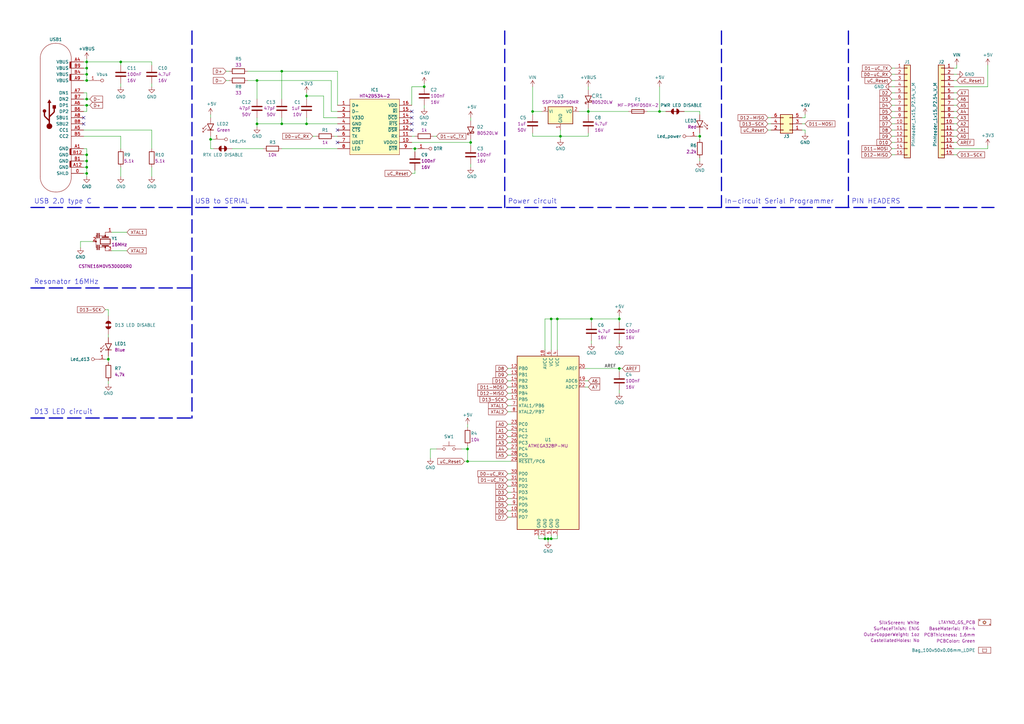
<source format=kicad_sch>
(kicad_sch (version 20230121) (generator eeschema)
  (paper "A3")
  (title_block (title "REV1.0.0 LTAYNO_GS JADE N1") (date "2024-01-05") (rev "1.0.0") (company "GroundStudio.ro") (comment 1 "Schematic: Victor Nicula"))
  (junction (at 173.99 35.56))
  (junction (at 115.57 29.21))
  (junction (at 125.73 50.8))
  (junction (at 35.56 68.58))
  (junction (at 228.6 130.81))
  (junction (at 254 130.81))
  (junction (at 35.56 27.94))
  (junction (at 193.04 58.42))
  (junction (at 35.56 43.18))
  (junction (at 226.06 220.98))
  (junction (at 35.56 25.4))
  (junction (at 105.41 50.8))
  (junction (at 86.36 57.15))
  (junction (at 218.44 45.72))
  (junction (at 270.51 45.72))
  (junction (at 170.18 60.96))
  (junction (at 226.06 130.81))
  (junction (at 105.41 33.02))
  (junction (at 35.56 63.5))
  (junction (at 125.73 39.37))
  (junction (at 191.77 184.15))
  (junction (at 242.57 130.81))
  (junction (at 229.87 55.88))
  (junction (at 35.56 33.02))
  (junction (at 35.56 66.04))
  (junction (at 223.52 220.98))
  (junction (at 35.56 40.64))
  (junction (at 35.56 30.48))
  (junction (at 241.3 45.72))
  (junction (at 49.53 25.4))
  (junction (at 254 151.13))
  (junction (at 287.02 55.88))
  (junction (at 44.45 147.32))
  (junction (at 115.57 50.8))
  (junction (at 224.79 220.98))
  (junction (at 191.77 189.23))
  (junction (at 35.56 71.12))
  (no_connect (at 138.43 53.34))
  (no_connect (at 34.29 48.26))
  (no_connect (at 168.91 45.72))
  (no_connect (at 34.29 50.8))
  (no_connect (at 168.91 50.8))
  (no_connect (at 138.43 58.42))
  (no_connect (at 168.91 48.26))
  (no_connect (at 168.91 53.34))
  (wire (pts (xy 105.41 50.8) (xy 115.57 50.8)))
  (wire (pts (xy 191.77 184.15) (xy 191.77 189.23)))
  (wire (pts (xy 171.45 60.96) (xy 170.18 60.96)))
  (wire (pts (xy 392.43 53.34) (xy 391.16 53.34)))
  (wire (pts (xy 86.36 60.96) (xy 87.63 60.96)))
  (wire (pts (xy 405.13 35.56) (xy 405.13 26.67)))
  (wire (pts (xy 34.29 63.5) (xy 35.56 63.5)))
  (wire (pts (xy 168.91 35.56) (xy 168.91 43.18)))
  (wire (pts (xy 240.03 151.13) (xy 254 151.13)))
  (wire (pts (xy 35.56 68.58) (xy 35.56 71.12)))
  (wire (pts (xy 189.23 184.15) (xy 191.77 184.15)))
  (wire (pts (xy 137.16 55.88) (xy 138.43 55.88)))
  (wire (pts (xy 224.79 220.98) (xy 223.52 220.98)))
  (wire (pts (xy 208.28 204.47) (xy 209.55 204.47)))
  (wire (pts (xy 241.3 158.75) (xy 240.03 158.75)))
  (wire (pts (xy 241.3 55.88) (xy 241.3 54.61)))
  (wire (pts (xy 168.91 35.56) (xy 173.99 35.56)))
  (wire (pts (xy 62.23 26.67) (xy 62.23 25.4)))
  (wire (pts (xy 191.77 189.23) (xy 209.55 189.23)))
  (wire (pts (xy 49.53 26.67) (xy 49.53 25.4)))
  (wire (pts (xy 35.56 60.96) (xy 35.56 63.5)))
  (wire (pts (xy 101.6 33.02) (xy 105.41 33.02)))
  (wire (pts (xy 44.45 148.59) (xy 44.45 147.32)))
  (wire (pts (xy 223.52 130.81) (xy 226.06 130.81)))
  (wire (pts (xy 138.43 29.21) (xy 138.43 43.18)))
  (wire (pts (xy 35.56 71.12) (xy 35.56 72.39)))
  (wire (pts (xy 242.57 132.08) (xy 242.57 130.81)))
  (wire (pts (xy 392.43 58.42) (xy 391.16 58.42)))
  (wire (pts (xy 392.43 33.02) (xy 391.16 33.02)))
  (wire (pts (xy 392.43 43.18) (xy 391.16 43.18)))
  (wire (pts (xy 36.83 33.02) (xy 35.56 33.02)))
  (wire (pts (xy 254 152.4) (xy 254 151.13)))
  (wire (pts (xy 105.41 33.02) (xy 135.89 33.02)))
  (wire (pts (xy 365.76 48.26) (xy 367.03 48.26)))
  (wire (pts (xy 95.25 60.96) (xy 107.95 60.96)))
  (wire (pts (xy 208.28 194.31) (xy 209.55 194.31)))
  (wire (pts (xy 365.76 40.64) (xy 367.03 40.64)))
  (wire (pts (xy 92.71 29.21) (xy 93.98 29.21)))
  (wire (pts (xy 49.53 25.4) (xy 62.23 25.4)))
  (wire (pts (xy 237.49 45.72) (xy 241.3 45.72)))
  (wire (pts (xy 254 161.29) (xy 254 160.02)))
  (wire (pts (xy 125.73 48.26) (xy 125.73 50.8)))
  (wire (pts (xy 86.36 46.99) (xy 86.36 48.26)))
  (wire (pts (xy 125.73 38.1) (xy 125.73 39.37)))
  (wire (pts (xy 330.2 48.26) (xy 328.93 48.26)))
  (wire (pts (xy 191.77 189.23) (xy 190.5 189.23)))
  (wire (pts (xy 223.52 220.98) (xy 220.98 220.98)))
  (wire (pts (xy 242.57 130.81) (xy 254 130.81)))
  (wire (pts (xy 254 151.13) (xy 255.27 151.13)))
  (wire (pts (xy 365.76 38.1) (xy 367.03 38.1)))
  (wire (pts (xy 193.04 59.69) (xy 193.04 58.42)))
  (wire (pts (xy 34.29 43.18) (xy 35.56 43.18)))
  (wire (pts (xy 391.16 35.56) (xy 405.13 35.56)))
  (wire (pts (xy 49.53 68.58) (xy 49.53 72.39)))
  (wire (pts (xy 35.56 43.18) (xy 36.83 43.18)))
  (wire (pts (xy 115.57 48.26) (xy 115.57 50.8)))
  (wire (pts (xy 168.91 71.12) (xy 170.18 71.12)))
  (wire (pts (xy 208.28 207.01) (xy 209.55 207.01)))
  (wire (pts (xy 33.02 101.6) (xy 33.02 99.06)))
  (wire (pts (xy 52.07 102.87) (xy 45.72 102.87)))
  (wire (pts (xy 105.41 48.26) (xy 105.41 50.8)))
  (polyline (pts (xy 78.74 12.7) (xy 78.74 85.09)) (stroke (width 0.5) (type dash)))
  (wire (pts (xy 105.41 33.02) (xy 105.41 40.64)))
  (wire (pts (xy 365.76 53.34) (xy 367.03 53.34)))
  (wire (pts (xy 365.76 60.96) (xy 367.03 60.96)))
  (wire (pts (xy 208.28 166.37) (xy 209.55 166.37)))
  (wire (pts (xy 405.13 60.96) (xy 405.13 59.69)))
  (wire (pts (xy 241.3 45.72) (xy 257.81 45.72)))
  (wire (pts (xy 392.43 55.88) (xy 391.16 55.88)))
  (wire (pts (xy 208.28 181.61) (xy 209.55 181.61)))
  (wire (pts (xy 101.6 29.21) (xy 115.57 29.21)))
  (wire (pts (xy 35.56 25.4) (xy 35.56 27.94)))
  (wire (pts (xy 168.91 58.42) (xy 193.04 58.42)))
  (wire (pts (xy 392.43 63.5) (xy 391.16 63.5)))
  (wire (pts (xy 314.96 53.34) (xy 316.23 53.34)))
  (wire (pts (xy 209.55 196.85) (xy 208.28 196.85)))
  (wire (pts (xy 34.29 27.94) (xy 35.56 27.94)))
  (wire (pts (xy 287.02 57.15) (xy 287.02 55.88)))
  (wire (pts (xy 208.28 176.53) (xy 209.55 176.53)))
  (wire (pts (xy 270.51 45.72) (xy 273.05 45.72)))
  (polyline (pts (xy 78.74 118.11) (xy 78.74 171.45)) (stroke (width 0.5) (type dash)))
  (wire (pts (xy 224.79 222.25) (xy 224.79 220.98)))
  (wire (pts (xy 125.73 39.37) (xy 125.73 40.64)))
  (wire (pts (xy 92.71 33.02) (xy 93.98 33.02)))
  (wire (pts (xy 44.45 147.32) (xy 44.45 146.05)))
  (wire (pts (xy 285.75 55.88) (xy 287.02 55.88)))
  (polyline (pts (xy 78.74 118.11) (xy 78.74 85.09)) (stroke (width 0.5) (type dash)))
  (wire (pts (xy 229.87 53.34) (xy 229.87 55.88)))
  (wire (pts (xy 44.45 127) (xy 44.45 129.54)))
  (wire (pts (xy 35.56 40.64) (xy 36.83 40.64)))
  (wire (pts (xy 115.57 50.8) (xy 125.73 50.8)))
  (wire (pts (xy 208.28 212.09) (xy 209.55 212.09)))
  (wire (pts (xy 44.45 137.16) (xy 44.45 138.43)))
  (wire (pts (xy 35.56 33.02) (xy 34.29 33.02)))
  (polyline (pts (xy 207.01 12.7) (xy 207.01 85.09)) (stroke (width 0.5) (type dash)))
  (wire (pts (xy 365.76 30.48) (xy 367.03 30.48)))
  (polyline (pts (xy 12.7 171.45) (xy 78.74 171.45)) (stroke (width 0.5) (type dash)))
  (wire (pts (xy 392.43 26.67) (xy 392.43 27.94)))
  (wire (pts (xy 218.44 35.56) (xy 218.44 45.72)))
  (wire (pts (xy 208.28 158.75) (xy 209.55 158.75)))
  (wire (pts (xy 34.29 38.1) (xy 35.56 38.1)))
  (wire (pts (xy 115.57 29.21) (xy 138.43 29.21)))
  (wire (pts (xy 34.29 53.34) (xy 62.23 53.34)))
  (wire (pts (xy 62.23 53.34) (xy 62.23 60.96)))
  (wire (pts (xy 115.57 29.21) (xy 115.57 40.64)))
  (wire (pts (xy 208.28 186.69) (xy 209.55 186.69)))
  (wire (pts (xy 392.43 48.26) (xy 391.16 48.26)))
  (wire (pts (xy 173.99 44.45) (xy 173.99 43.18)))
  (wire (pts (xy 223.52 143.51) (xy 223.52 130.81)))
  (wire (pts (xy 287.02 66.04) (xy 287.02 64.77)))
  (wire (pts (xy 176.53 187.96) (xy 176.53 184.15)))
  (wire (pts (xy 35.56 45.72) (xy 35.56 43.18)))
  (wire (pts (xy 229.87 55.88) (xy 229.87 57.15)))
  (wire (pts (xy 34.29 71.12) (xy 35.56 71.12)))
  (wire (pts (xy 34.29 45.72) (xy 35.56 45.72)))
  (wire (pts (xy 392.43 30.48) (xy 391.16 30.48)))
  (wire (pts (xy 254 130.81) (xy 254 132.08)))
  (wire (pts (xy 191.77 182.88) (xy 191.77 184.15)))
  (wire (pts (xy 228.6 130.81) (xy 242.57 130.81)))
  (wire (pts (xy 34.29 25.4) (xy 35.56 25.4)))
  (polyline (pts (xy 12.7 85.09) (xy 407.67 85.09)) (stroke (width 0.5) (type dash)))
  (wire (pts (xy 392.43 50.8) (xy 391.16 50.8)))
  (wire (pts (xy 330.2 53.34) (xy 328.93 53.34)))
  (wire (pts (xy 62.23 68.58) (xy 62.23 72.39)))
  (wire (pts (xy 330.2 48.26) (xy 330.2 46.99)))
  (wire (pts (xy 218.44 54.61) (xy 218.44 55.88)))
  (wire (pts (xy 193.04 68.58) (xy 193.04 67.31)))
  (wire (pts (xy 191.77 173.99) (xy 191.77 175.26)))
  (wire (pts (xy 34.29 40.64) (xy 35.56 40.64)))
  (wire (pts (xy 62.23 34.29) (xy 62.23 35.56)))
  (wire (pts (xy 287.02 55.88) (xy 287.02 54.61)))
  (wire (pts (xy 35.56 38.1) (xy 35.56 40.64)))
  (wire (pts (xy 208.28 153.67) (xy 209.55 153.67)))
  (wire (pts (xy 365.76 55.88) (xy 367.03 55.88)))
  (wire (pts (xy 135.89 33.02) (xy 135.89 45.72)))
  (wire (pts (xy 105.41 52.07) (xy 105.41 50.8)))
  (wire (pts (xy 242.57 139.7) (xy 242.57 140.97)))
  (wire (pts (xy 43.18 127) (xy 44.45 127)))
  (wire (pts (xy 170.18 55.88) (xy 168.91 55.88)))
  (wire (pts (xy 35.56 63.5) (xy 35.56 66.04)))
  (wire (pts (xy 365.76 50.8) (xy 367.03 50.8)))
  (wire (pts (xy 228.6 130.81) (xy 228.6 143.51)))
  (wire (pts (xy 33.02 99.06) (xy 38.1 99.06)))
  (wire (pts (xy 226.06 130.81) (xy 228.6 130.81)))
  (wire (pts (xy 226.06 220.98) (xy 224.79 220.98)))
  (wire (pts (xy 241.3 46.99) (xy 241.3 45.72)))
  (wire (pts (xy 314.96 50.8) (xy 316.23 50.8)))
  (wire (pts (xy 170.18 71.12) (xy 170.18 69.85)))
  (wire (pts (xy 254 129.54) (xy 254 130.81)))
  (wire (pts (xy 35.56 30.48) (xy 35.56 33.02)))
  (wire (pts (xy 330.2 50.8) (xy 328.93 50.8)))
  (wire (pts (xy 86.36 57.15) (xy 86.36 60.96)))
  (wire (pts (xy 34.29 30.48) (xy 35.56 30.48)))
  (wire (pts (xy 208.28 163.83) (xy 209.55 163.83)))
  (wire (pts (xy 35.56 27.94) (xy 35.56 30.48)))
  (wire (pts (xy 265.43 45.72) (xy 270.51 45.72)))
  (wire (pts (xy 45.72 95.25) (xy 52.07 95.25)))
  (wire (pts (xy 176.53 184.15) (xy 179.07 184.15)))
  (wire (pts (xy 115.57 60.96) (xy 138.43 60.96)))
  (wire (pts (xy 170.18 60.96) (xy 170.18 62.23)))
  (wire (pts (xy 44.45 157.48) (xy 44.45 156.21)))
  (wire (pts (xy 86.36 57.15) (xy 87.63 57.15)))
  (wire (pts (xy 226.06 219.71) (xy 226.06 220.98)))
  (wire (pts (xy 35.56 66.04) (xy 35.56 68.58)))
  (polyline (pts (xy 295.91 12.7) (xy 295.91 85.09)) (stroke (width 0.5) (type dash)))
  (wire (pts (xy 228.6 220.98) (xy 226.06 220.98)))
  (polyline (pts (xy 12.7 118.11) (xy 78.74 118.11)) (stroke (width 0.5) (type dash)))
  (wire (pts (xy 228.6 219.71) (xy 228.6 220.98)))
  (polyline (pts (xy 347.98 12.7) (xy 347.98 85.09)) (stroke (width 0.5) (type dash)))
  (wire (pts (xy 208.28 173.99) (xy 209.55 173.99)))
  (wire (pts (xy 49.53 55.88) (xy 49.53 60.96)))
  (wire (pts (xy 34.29 66.04) (xy 35.56 66.04)))
  (wire (pts (xy 125.73 39.37) (xy 132.715 39.37)))
  (wire (pts (xy 208.28 168.91) (xy 209.55 168.91)))
  (wire (pts (xy 208.28 179.07) (xy 209.55 179.07)))
  (wire (pts (xy 208.28 156.21) (xy 209.55 156.21)))
  (wire (pts (xy 241.3 35.56) (xy 241.3 36.83)))
  (wire (pts (xy 330.2 53.34) (xy 330.2 54.61)))
  (wire (pts (xy 208.28 151.13) (xy 209.55 151.13)))
  (wire (pts (xy 254 139.7) (xy 254 140.97)))
  (wire (pts (xy 365.76 58.42) (xy 367.03 58.42)))
  (wire (pts (xy 34.29 60.96) (xy 35.56 60.96)))
  (wire (pts (xy 34.29 68.58) (xy 35.56 68.58)))
  (wire (pts (xy 208.28 184.15) (xy 209.55 184.15)))
  (wire (pts (xy 135.89 45.72) (xy 138.43 45.72)))
  (wire (pts (xy 208.28 161.29) (xy 209.55 161.29)))
  (wire (pts (xy 365.76 63.5) (xy 367.03 63.5)))
  (wire (pts (xy 392.43 38.1) (xy 391.16 38.1)))
  (wire (pts (xy 220.98 220.98) (xy 220.98 219.71)))
  (wire (pts (xy 365.76 33.02) (xy 367.03 33.02)))
  (wire (pts (xy 218.44 46.99) (xy 218.44 45.72)))
  (wire (pts (xy 49.53 34.29) (xy 49.53 35.56)))
  (wire (pts (xy 287.02 45.72) (xy 287.02 46.99)))
  (wire (pts (xy 173.99 34.29) (xy 173.99 35.56)))
  (wire (pts (xy 314.96 48.26) (xy 316.23 48.26)))
  (wire (pts (xy 208.28 199.39) (xy 209.55 199.39)))
  (wire (pts (xy 241.3 44.45) (xy 241.3 45.72)))
  (wire (pts (xy 392.43 27.94) (xy 391.16 27.94)))
  (wire (pts (xy 392.43 45.72) (xy 391.16 45.72)))
  (wire (pts (xy 392.43 40.64) (xy 391.16 40.64)))
  (wire (pts (xy 35.56 24.13) (xy 35.56 25.4)))
  (wire (pts (xy 226.06 130.81) (xy 226.06 143.51)))
  (wire (pts (xy 280.67 45.72) (xy 287.02 45.72)))
  (wire (pts (xy 43.18 147.32) (xy 44.45 147.32)))
  (wire (pts (xy 223.52 219.71) (xy 223.52 220.98)))
  (wire (pts (xy 179.07 55.88) (xy 177.8 55.88)))
  (wire (pts (xy 365.76 27.94) (xy 367.03 27.94)))
  (wire (pts (xy 365.76 45.72) (xy 367.03 45.72)))
  (wire (pts (xy 208.28 201.93) (xy 209.55 201.93)))
  (wire (pts (xy 391.16 60.96) (xy 405.13 60.96)))
  (wire (pts (xy 218.44 55.88) (xy 229.87 55.88)))
  (wire (pts (xy 129.54 55.88) (xy 128.27 55.88)))
  (wire (pts (xy 86.36 55.88) (xy 86.36 57.15)))
  (wire (pts (xy 125.73 50.8) (xy 138.43 50.8)))
  (wire (pts (xy 241.3 156.21) (xy 240.03 156.21)))
  (wire (pts (xy 193.04 57.15) (xy 193.04 58.42)))
  (wire (pts (xy 132.715 48.26) (xy 138.43 48.26)))
  (wire (pts (xy 229.87 55.88) (xy 241.3 55.88)))
  (wire (pts (xy 208.28 209.55) (xy 209.55 209.55)))
  (wire (pts (xy 365.76 35.56) (xy 367.03 35.56)))
  (wire (pts (xy 193.04 48.26) (xy 193.04 49.53)))
  (wire (pts (xy 170.18 60.96) (xy 168.91 60.96)))
  (wire (pts (xy 365.76 43.18) (xy 367.03 43.18)))
  (wire (pts (xy 49.53 25.4) (xy 35.56 25.4)))
  (wire (pts (xy 132.715 39.37) (xy 132.715 48.26)))
  (wire (pts (xy 218.44 45.72) (xy 222.25 45.72)))
  (wire (pts (xy 270.51 45.72) (xy 270.51 35.56)))
  (wire (pts (xy 34.29 55.88) (xy 49.53 55.88)))
  (text "Resonator 16MHz" (at 13.97 116.84 0) (effects (font (size 2 2)) (justify left bottom)))
  (text "PIN HEADERS\n" (at 349.25 83.82 0) (effects (font (size 2 2)) (justify left bottom)))
  (text "USB 2.0 type C" (at 13.97 83.82 0) (effects (font (size 2 2)) (justify left bottom)))
  (text "Power circuit" (at 208.28 83.82 0) (effects (font (size 2 2)) (justify left bottom)))
  (text "D13 LED circuit" (at 13.97 170.18 0) (effects (font (size 2 2)) (justify left bottom)))
  (text "In-circuit Serial Programmer" (at 297.18 83.82 0) (effects (font (size 2 2)) (justify left bottom)))
  (text "USB to SERIAL" (at 80.01 83.82 0) (effects (font (size 2 2)) (justify left bottom)))
  (label "AREF" (at 252.73 151.13 180))
  (global_label "A5" (shape input) (at 392.43 43.18 0) (property "Intersheetrefs" "${INTERSHEET_REFS}" (effects hide)))
  (global_label "A6" (shape input) (at 392.43 40.64 0) (property "Intersheetrefs" "${INTERSHEET_REFS}" (effects hide)))
  (global_label "D8" (shape input) (at 208.28 151.13 180) (property "Intersheetrefs" "${INTERSHEET_REFS}" (effects hide)))
  (global_label "D-" (shape input) (at 92.71 33.02 180) (property "Intersheetrefs" "${INTERSHEET_REFS}" (effects hide)))
  (global_label "D11-MOSI" (shape input) (at 208.28 158.75 180) (property "Intersheetrefs" "${INTERSHEET_REFS}" (effects hide)))
  (global_label "D11-MOSI" (shape input) (at 330.2 50.8 0) (property "Intersheetrefs" "${INTERSHEET_REFS}" (effects hide)))
  (global_label "D9" (shape input) (at 208.28 153.67 180) (property "Intersheetrefs" "${INTERSHEET_REFS}" (effects hide)))
  (global_label "A3" (shape input) (at 208.28 181.61 180) (property "Intersheetrefs" "${INTERSHEET_REFS}" (effects hide)))
  (global_label "D-" (shape input) (at 36.83 40.64 0) (property "Intersheetrefs" "${INTERSHEET_REFS}" (effects hide)))
  (global_label "D4" (shape input) (at 208.28 204.47 180) (property "Intersheetrefs" "${INTERSHEET_REFS}" (effects hide)))
  (global_label "A0" (shape input) (at 208.28 173.99 180) (property "Intersheetrefs" "${INTERSHEET_REFS}" (effects hide)))
  (global_label "AREF" (shape input) (at 392.43 58.42 0) (property "Intersheetrefs" "${INTERSHEET_REFS}" (effects hide)))
  (global_label "D7" (shape input) (at 365.76 50.8 180) (property "Intersheetrefs" "${INTERSHEET_REFS}" (effects hide)))
  (global_label "D13-SCK" (shape input) (at 43.18 127 180) (property "Intersheetrefs" "${INTERSHEET_REFS}" (effects hide)))
  (global_label "D12-MISO" (shape input) (at 314.96 48.26 180) (property "Intersheetrefs" "${INTERSHEET_REFS}" (effects hide)))
  (global_label "D12-MISO" (shape input) (at 365.76 63.5 180) (property "Intersheetrefs" "${INTERSHEET_REFS}" (effects hide)))
  (global_label "XTAL2" (shape input) (at 52.07 102.87 0) (property "Intersheetrefs" "${INTERSHEET_REFS}" (effects hide)))
  (global_label "D13-SCK" (shape input) (at 208.28 163.83 180) (property "Intersheetrefs" "${INTERSHEET_REFS}" (effects hide)))
  (global_label "D10" (shape input) (at 208.28 156.21 180) (property "Intersheetrefs" "${INTERSHEET_REFS}" (effects hide)))
  (global_label "A7" (shape input) (at 392.43 38.1 0) (property "Intersheetrefs" "${INTERSHEET_REFS}" (effects hide)))
  (global_label "AREF" (shape input) (at 255.27 151.13 0) (property "Intersheetrefs" "${INTERSHEET_REFS}" (effects hide)))
  (global_label "D6" (shape input) (at 365.76 48.26 180) (property "Intersheetrefs" "${INTERSHEET_REFS}" (effects hide)))
  (global_label "D2" (shape input) (at 365.76 38.1 180) (property "Intersheetrefs" "${INTERSHEET_REFS}" (effects hide)))
  (global_label "A4" (shape input) (at 392.43 45.72 0) (property "Intersheetrefs" "${INTERSHEET_REFS}" (effects hide)))
  (global_label "A1" (shape input) (at 392.43 53.34 0) (property "Intersheetrefs" "${INTERSHEET_REFS}" (effects hide)))
  (global_label "D13-SCK" (shape input) (at 392.43 63.5 0) (property "Intersheetrefs" "${INTERSHEET_REFS}" (effects hide)))
  (global_label "uC_Reset" (shape input) (at 190.5 189.23 180) (property "Intersheetrefs" "${INTERSHEET_REFS}" (effects hide)))
  (global_label "uC_Reset" (shape input) (at 365.76 33.02 180) (property "Intersheetrefs" "${INTERSHEET_REFS}" (effects hide)))
  (global_label "A1" (shape input) (at 208.28 176.53 180) (property "Intersheetrefs" "${INTERSHEET_REFS}" (effects hide)))
  (global_label "D5" (shape input) (at 208.28 207.01 180) (property "Intersheetrefs" "${INTERSHEET_REFS}" (effects hide)))
  (global_label "D+" (shape input) (at 36.83 43.18 0) (property "Intersheetrefs" "${INTERSHEET_REFS}" (effects hide)))
  (global_label "A5" (shape input) (at 208.28 186.69 180) (property "Intersheetrefs" "${INTERSHEET_REFS}" (effects hide)))
  (global_label "A0" (shape input) (at 392.43 55.88 0) (property "Intersheetrefs" "${INTERSHEET_REFS}" (effects hide)))
  (global_label "D1-uC_TX" (shape input) (at 179.07 55.88 0) (property "Intersheetrefs" "${INTERSHEET_REFS}" (effects hide)))
  (global_label "XTAL1" (shape input) (at 52.07 95.25 0) (property "Intersheetrefs" "${INTERSHEET_REFS}" (effects hide)))
  (global_label "D1-uC_TX" (shape input) (at 365.76 27.94 180) (property "Intersheetrefs" "${INTERSHEET_REFS}" (effects hide)))
  (global_label "uC_Reset" (shape input) (at 392.43 33.02 0) (property "Intersheetrefs" "${INTERSHEET_REFS}" (effects hide)))
  (global_label "D4" (shape input) (at 365.76 43.18 180) (property "Intersheetrefs" "${INTERSHEET_REFS}" (effects hide)))
  (global_label "D3" (shape input) (at 208.28 201.93 180) (property "Intersheetrefs" "${INTERSHEET_REFS}" (effects hide)))
  (global_label "D8" (shape input) (at 365.76 53.34 180) (property "Intersheetrefs" "${INTERSHEET_REFS}" (effects hide)))
  (global_label "uC_Reset" (shape input) (at 168.91 71.12 180) (property "Intersheetrefs" "${INTERSHEET_REFS}" (effects hide)))
  (global_label "A3" (shape input) (at 392.43 48.26 0) (property "Intersheetrefs" "${INTERSHEET_REFS}" (effects hide)))
  (global_label "A7" (shape input) (at 241.3 158.75 0) (property "Intersheetrefs" "${INTERSHEET_REFS}" (effects hide)))
  (global_label "D0-uC_RX" (shape input) (at 208.28 194.31 180) (property "Intersheetrefs" "${INTERSHEET_REFS}" (effects hide)))
  (global_label "D9" (shape input) (at 365.76 55.88 180) (property "Intersheetrefs" "${INTERSHEET_REFS}" (effects hide)))
  (global_label "A2" (shape input) (at 208.28 179.07 180) (property "Intersheetrefs" "${INTERSHEET_REFS}" (effects hide)))
  (global_label "D12-MISO" (shape input) (at 208.28 161.29 180) (property "Intersheetrefs" "${INTERSHEET_REFS}" (effects hide)))
  (global_label "D0-uC_RX" (shape input) (at 365.76 30.48 180) (property "Intersheetrefs" "${INTERSHEET_REFS}" (effects hide)))
  (global_label "A2" (shape input) (at 392.43 50.8 0) (property "Intersheetrefs" "${INTERSHEET_REFS}" (effects hide)))
  (global_label "D11-MOSI" (shape input) (at 365.76 60.96 180) (property "Intersheetrefs" "${INTERSHEET_REFS}" (effects hide)))
  (global_label "XTAL2" (shape input) (at 208.28 168.91 180) (property "Intersheetrefs" "${INTERSHEET_REFS}" (effects hide)))
  (global_label "uC_Reset" (shape input) (at 314.96 53.34 180) (property "Intersheetrefs" "${INTERSHEET_REFS}" (effects hide)))
  (global_label "D2" (shape input) (at 208.28 199.39 180) (property "Intersheetrefs" "${INTERSHEET_REFS}" (effects hide)))
  (global_label "A4" (shape input) (at 208.28 184.15 180) (property "Intersheetrefs" "${INTERSHEET_REFS}" (effects hide)))
  (global_label "D5" (shape input) (at 365.76 45.72 180) (property "Intersheetrefs" "${INTERSHEET_REFS}" (effects hide)))
  (global_label "D7" (shape input) (at 208.28 212.09 180) (property "Intersheetrefs" "${INTERSHEET_REFS}" (effects hide)))
  (global_label "D+" (shape input) (at 92.71 29.21 180) (property "Intersheetrefs" "${INTERSHEET_REFS}" (effects hide)))
  (global_label "D1-uC_TX" (shape input) (at 208.28 196.85 180) (property "Intersheetrefs" "${INTERSHEET_REFS}" (effects hide)))
  (global_label "XTAL1" (shape input) (at 208.28 166.37 180) (property "Intersheetrefs" "${INTERSHEET_REFS}" (effects hide)))
  (global_label "D0-uC_RX" (shape input) (at 128.27 55.88 180) (property "Intersheetrefs" "${INTERSHEET_REFS}" (effects hide)))
  (global_label "D6" (shape input) (at 208.28 209.55 180) (property "Intersheetrefs" "${INTERSHEET_REFS}" (effects hide)))
  (global_label "A6" (shape input) (at 241.3 156.21 0) (property "Intersheetrefs" "${INTERSHEET_REFS}" (effects hide)))
  (global_label "D3" (shape input) (at 365.76 40.64 180) (property "Intersheetrefs" "${INTERSHEET_REFS}" (effects hide)))
  (global_label "D13-SCK" (shape input) (at 314.96 50.8 180) (property "Intersheetrefs" "${INTERSHEET_REFS}" (effects hide)))
  (global_label "D10" (shape input) (at 365.76 58.42 180) (property "Intersheetrefs" "${INTERSHEET_REFS}" (effects hide)))
  (symbol (lib_id "GS_Global6:C_0402_100nF_16V") (at 49.53 30.48 0) (unit 1)
    (property "Reference" "C11" (at 52.07 27.94 0) (effects (justify left)))
    (property "Value" "C_0402_100nF_16V" (effects hide))
    (property "Footprint" "GS_Global6:C_0402_alt" (effects hide))
    (property "Datasheet" "https://datasheet.lcsc.com/lcsc/1811011928_Walsin-Tech-Corp-0402B104K160CT_C83056.pdf" (effects hide))
    (property "MPN" "0402B104K160CT" (effects hide))
    (property "LCSC" "C83056" (effects hide))
    (property "Rated voltage" "16V" (effects hide))
    (property "Capacitance" "100nF" (at 52.07 30.48 0) (effects (justify left)))
    (property "RatedVoltage" "16V" (at 52.07 33.02 0) (effects (justify left)))
  )
  (symbol (lib_id "GS_Global6:PinHeader_1x15_P2.54_V_M") (at 372.11 45.72 0) (unit 1)
    (property "Reference" "J1" (at 372.11 25.4 0))
    (property "Value" "PinHeader_1x15_P2.54_V_M" (at 374.65 46.99 90))
    (property "Footprint" "GS_Global6:PinHeader_1x15_P2.54mm_Vertical_Male" (effects hide))
    (property "Datasheet" "https://datasheet.lcsc.com/lcsc/1811151421_Ckmtw-Shenzhen-Cankemeng-B-2100S15P-A110_C124373.pdf" (effects hide))
    (property "MPN" "B-2100S15P-A110" (effects hide))
    (property "LCSC" "C124373" (effects hide))
  )
  (symbol (lib_id "GS_Global6:PinHeader_1x15_P2.54_V_M") (at 386.08 45.72 0) (mirror y) (unit 1)
    (property "Reference" "J2" (at 386.08 25.4 0))
    (property "Value" "PinHeader_1x15_P2.54_V_M" (at 383.54 46.99 90))
    (property "Footprint" "GS_Global6:PinHeader_1x15_P2.54mm_Vertical_Male" (effects hide))
    (property "Datasheet" "https://datasheet.lcsc.com/lcsc/1811151421_Ckmtw-Shenzhen-Cankemeng-B-2100S15P-A110_C124373.pdf" (effects hide))
    (property "MPN" "B-2100S15P-A110" (effects hide))
    (property "LCSC" "C124373" (effects hide))
  )
  (symbol (lib_id "GS_Global6:C_0402_4.7uF_16V") (at 62.23 30.48 0) (unit 1)
    (property "Reference" "C10" (at 64.77 27.94 0) (effects (justify left)))
    (property "Value" "C_0402_4.7uF_16V" (effects hide))
    (property "Footprint" "GS_Global6:C_0402_alt" (effects hide))
    (property "Datasheet" "https://datasheet.lcsc.com/lcsc/2008271938_SANYEAR-C0402X5R475M160NT_C729453.pdf" (effects hide))
    (property "MPN" "C0402X5R475M160NT" (effects hide))
    (property "LCSC" "C729453" (effects hide))
    (property "Rated voltage" "16V" (effects hide))
    (property "Capacitance" "4.7uF" (at 64.77 30.48 0) (effects (justify left)))
    (property "RatedVoltage" "16V" (at 64.77 33.02 0) (effects (justify left)))
  )
  (symbol (lib_id "GS_Global6:GND") (at 330.2 54.61 0) (unit 1)
    (property "Reference" "#PWR0113" (effects hide))
    (property "Value" "GND" (at 330.2 58.42 0))
  )
  (symbol (lib_id "GS_Global6:+5V") (at 330.2 46.99 0) (unit 1)
    (property "Reference" "#PWR0114" (effects hide))
    (property "Value" "+5V" (at 330.2 43.18 0))
  )
  (symbol (lib_id "GS_Global6:GND") (at 224.79 222.25 0) (unit 1)
    (property "Reference" "#PWR0115" (effects hide))
    (property "Value" "GND" (at 224.79 226.06 0))
  )
  (symbol (lib_id "GS_Global6:C_0402_4.7uF_16V") (at 242.57 135.89 0) (unit 1)
    (property "Reference" "C6" (at 245.11 133.35 0) (effects (justify left)))
    (property "Value" "C_0402_4.7uF_16V" (effects hide))
    (property "Footprint" "GS_Global6:C_0402_alt" (effects hide))
    (property "Datasheet" "https://datasheet.lcsc.com/lcsc/2008271938_SANYEAR-C0402X5R475M160NT_C729453.pdf" (effects hide))
    (property "MPN" "C0402X5R475M160NT" (effects hide))
    (property "LCSC" "C729453" (effects hide))
    (property "Rated voltage" "16V" (effects hide))
    (property "Capacitance" "4.7uF" (at 245.11 135.89 0) (effects (justify left)))
    (property "RatedVoltage" "16V" (at 245.11 138.43 0) (effects (justify left)))
  )
  (symbol (lib_id "GS_Global6:C_0402_100nF_16V") (at 254 135.89 0) (unit 1)
    (property "Reference" "C7" (at 256.54 133.35 0) (effects (justify left)))
    (property "Value" "C_0402_100nF_16V" (effects hide))
    (property "Footprint" "GS_Global6:C_0402_alt" (effects hide))
    (property "Datasheet" "https://datasheet.lcsc.com/lcsc/1811011928_Walsin-Tech-Corp-0402B104K160CT_C83056.pdf" (effects hide))
    (property "MPN" "0402B104K160CT" (effects hide))
    (property "LCSC" "C83056" (effects hide))
    (property "Rated voltage" "16V" (effects hide))
    (property "Capacitance" "100nF" (at 256.54 135.89 0) (effects (justify left)))
    (property "RatedVoltage" "16V" (at 256.54 138.43 0) (effects (justify left)))
  )
  (symbol (lib_id "GS_Global6:R_0402_10k") (at 191.77 179.07 180) (unit 1)
    (property "Reference" "R4" (at 193.04 177.8 0) (effects (justify right)))
    (property "Value" "R_0402_10k" (effects hide))
    (property "Footprint" "GS_Global6:R_0402_alt" (effects hide))
    (property "Datasheet" "https://datasheet.lcsc.com/lcsc/2110252330_UNI-ROYAL-Uniroyal-Elec-0402WGJ0103TCE_C25531.pdf" (effects hide))
    (property "MPN" "0402WGJ0103TCE" (effects hide))
    (property "LCSC" "C25531" (effects hide))
    (property "Resistance" "10k" (at 193.04 180.34 0) (effects (justify right)))
    (property "RatedPower" "1/16W" (effects hide))
  )
  (symbol (lib_id "GS_Global6:+5V") (at 191.77 173.99 0) (unit 1)
    (property "Reference" "#PWR0118" (effects hide))
    (property "Value" "+5V" (at 191.77 170.18 0))
  )
  (symbol (lib_id "GS_Global6:GND") (at 229.87 57.15 0) (mirror y) (unit 1)
    (property "Reference" "#PWR0103" (effects hide))
    (property "Value" "GND" (at 229.87 60.96 0))
  )
  (symbol (lib_id "GS_Global6:TS342A2P-WZ") (at 184.15 184.15 0) (unit 1)
    (property "Reference" "SW1" (at 184.15 179.07 0))
    (property "Value" "TS342A2P-WZ" (effects hide))
    (property "Footprint" "GS_Global6:TS342A2P-WZ" (effects hide))
    (property "Datasheet" "https://datasheet.lcsc.com/szlcsc/2005221232_SHOU-HAN-TS342A2P-WZ_C557591.pdf" (effects hide))
    (property "MPN" "TS342A2P-WZ" (effects hide))
    (property "LCSC" "C557591" (effects hide))
  )
  (symbol (lib_id "GS_Global6:GND") (at 176.53 187.96 0) (unit 1)
    (property "Reference" "#PWR0119" (effects hide))
    (property "Value" "GND" (at 176.53 191.77 0))
  )
  (symbol (lib_id "GS_Global6:R_0402_2.2k") (at 287.02 60.96 0) (mirror x) (unit 1)
    (property "Reference" "R6" (at 285.75 59.69 0) (effects (justify right)))
    (property "Value" "R_0402_2.2k" (effects hide))
    (property "Footprint" "GS_Global6:R_0402_alt" (effects hide))
    (property "Datasheet" "https://datasheet.lcsc.com/lcsc/1811141743_FH-Guangdong-Fenghua-Advanced-Tech-RC-02W2201FT_C258093.pdf" (effects hide))
    (property "MPN" "RC-02W2201FT" (effects hide))
    (property "LCSC" "C258093" (effects hide))
    (property "Resistance" "2.2k" (at 285.75 62.23 0) (effects (justify right)))
    (property "RatedPower" "1/16W" (effects hide))
  )
  (symbol (lib_id "GS_Global6:LED_0402_RED") (at 287.02 49.53 270) (mirror x) (unit 1)
    (property "Reference" "LED3" (at 285.75 49.53 90) (effects (justify right)))
    (property "Value" "LED_0402_RED" (effects hide))
    (property "Footprint" "GS_Global6:LED_0402_alt" (effects hide))
    (property "Datasheet" "https://datasheet.lcsc.com/lcsc/2009251739_TUOZHAN-TZ-P2-0402RTIA1-0-45T_C779449.pdf" (effects hide))
    (property "MPN" "TZ-P2-0402RTIA1-0.45T" (effects hide))
    (property "LCSC" "C779449" (effects hide))
    (property "Color" "Red" (at 285.75 52.07 90) (effects (justify right)))
    (property "Comment" "5V: 2.2k || 3.3V: 1.5k || Fv: 1.85V" (effects hide))
  )
  (symbol (lib_id "GS_Global6:GND") (at 287.02 66.04 0) (mirror y) (unit 1)
    (property "Reference" "#PWR0102" (effects hide))
    (property "Value" "GND" (at 287.02 69.85 0))
  )
  (symbol (lib_id "GS_Global6:+5V") (at 270.51 35.56 0) (mirror y) (unit 1)
    (property "Reference" "#PWR0101" (effects hide))
    (property "Value" "+5V" (at 270.51 31.75 0))
  )
  (symbol (lib_id "GS_Global6:SOD-123_B0520LW") (at 241.3 40.64 90) (unit 1)
    (property "Reference" "CR1" (at 242.57 39.37 90) (effects (font (size 1.524 1.524)) (justify right)))
    (property "Value" "SOD-123 B0520LW" (effects hide))
    (property "Footprint" "GS_Global6:SOD-123" (effects hide))
    (property "Datasheet" "https://datasheet.lcsc.com/lcsc/1811021622_Changzhou-Starsea-Elec-B0520LW_C89640.pdf" (effects hide))
    (property "MPN" "B0520LW" (at 242.57 41.91 90) (effects (justify right)))
    (property "LCSC" "C89640" (effects hide))
    (property "Description" "20V 430mV@500mA 500mA SOD-123 Schottky Barrier Diodes (SBD) ROHS" (effects hide))
  )
  (symbol (lib_id "GS_Global6:R_0402_1k") (at 173.99 55.88 90) (unit 1)
    (property "Reference" "R2" (at 173.99 50.8 90))
    (property "Value" "R_0402_1k" (effects hide))
    (property "Footprint" "GS_Global6:R_0402_alt" (effects hide))
    (property "Datasheet" "https://datasheet.lcsc.com/lcsc/1811141734_FH-Guangdong-Fenghua-Advanced-Tech-RC-02W1001FT_C226166.pdf" (effects hide))
    (property "MPN" "RC-02W1001FT" (effects hide))
    (property "LCSC" "C226166" (effects hide))
    (property "Resistance" "1k" (at 173.99 53.34 90))
    (property "RatedPower" "1/16W" (effects hide))
  )
  (symbol (lib_id "GS_Global6:R_0402_1k") (at 133.35 55.88 270) (unit 1)
    (property "Reference" "R1" (at 133.35 53.34 90))
    (property "Value" "R_0402_1k" (effects hide))
    (property "Footprint" "GS_Global6:R_0402_alt" (effects hide))
    (property "Datasheet" "https://datasheet.lcsc.com/lcsc/1811141734_FH-Guangdong-Fenghua-Advanced-Tech-RC-02W1001FT_C226166.pdf" (effects hide))
    (property "MPN" "RC-02W1001FT" (effects hide))
    (property "LCSC" "C226166" (effects hide))
    (property "Resistance" "1k" (at 133.35 58.42 90))
    (property "RatedPower" "1/16W" (effects hide))
  )
  (symbol (lib_id "GS_Global6:GND") (at 33.02 101.6 0) (unit 1)
    (property "Reference" "#PWR0122" (effects hide))
    (property "Value" "GND" (at 33.02 105.41 0))
  )
  (symbol (lib_id "GS_Global6:C_0402_100nF_16V") (at 254 156.21 0) (unit 1)
    (property "Reference" "C4" (at 256.54 153.67 0) (effects (justify left)))
    (property "Value" "C_0402_100nF_16V" (effects hide))
    (property "Footprint" "GS_Global6:C_0402_alt" (effects hide))
    (property "Datasheet" "https://datasheet.lcsc.com/lcsc/1811011928_Walsin-Tech-Corp-0402B104K160CT_C83056.pdf" (effects hide))
    (property "MPN" "0402B104K160CT" (effects hide))
    (property "LCSC" "C83056" (effects hide))
    (property "Rated voltage" "16V" (effects hide))
    (property "Capacitance" "100nF" (at 256.54 156.21 0) (effects (justify left)))
    (property "RatedVoltage" "16V" (at 256.54 158.75 0) (effects (justify left)))
  )
  (symbol (lib_id "GS_Global6:GND") (at 254 161.29 0) (unit 1)
    (property "Reference" "#PWR0124" (effects hide))
    (property "Value" "GND" (at 254 165.1 0))
  )
  (symbol (lib_id "GS_Global6:C_0402_4.7uF_16V") (at 241.3 50.8 0) (unit 1)
    (property "Reference" "C8" (at 243.84 48.26 0) (effects (justify left)))
    (property "Value" "C_0402_4.7uF_16V" (effects hide))
    (property "Footprint" "GS_Global6:C_0402_alt" (effects hide))
    (property "Datasheet" "https://datasheet.lcsc.com/lcsc/2008271938_SANYEAR-C0402X5R475M160NT_C729453.pdf" (effects hide))
    (property "MPN" "C0402X5R475M160NT" (effects hide))
    (property "LCSC" "C729453" (effects hide))
    (property "Rated voltage" "16V" (effects hide))
    (property "Capacitance" "4.7uF" (at 243.84 50.8 0) (effects (justify left)))
    (property "RatedVoltage" "16V" (at 243.84 53.34 0) (effects (justify left)))
  )
  (symbol (lib_id "GS_Global6:C_0603_1uF_50V") (at 218.44 50.8 0) (unit 1)
    (property "Reference" "C5" (at 215.9 48.26 0) (effects (justify right)))
    (property "Value" "C_0603_1uF_50V" (effects hide))
    (property "Footprint" "GS_Global6:C_0603" (effects hide))
    (property "Datasheet" "https://datasheet.lcsc.com/lcsc/1810261812_Samsung-Electro-Mechanics-CL10A105KB8NNNC_C15849.pdf" (effects hide))
    (property "MPN" "CL10A105KB8NNNC" (effects hide))
    (property "LCSC" "C15849" (effects hide))
    (property "Rated voltage" "50V" (effects hide))
    (property "Capacitance" "1uF" (at 215.9 50.8 0) (effects (justify right)))
    (property "RatedVoltage" "50V" (at 215.9 53.34 0) (effects (justify right)))
  )
  (symbol (lib_id "GS_Global6:QFN-32_5x5_P0.5_328P-MU") (at 224.79 181.61 0) (mirror y) (unit 1)
    (property "Reference" "U1" (at 224.79 180.34 0))
    (property "Value" "ATmega328P-MU" (effects hide))
    (property "Footprint" "GS_Global6:QFN-32-1EP_5x5_P0.5_EP3.1x3.1" (effects hide))
    (property "Datasheet" "https://datasheet.lcsc.com/lcsc/2103051004_Microchip-Tech-ATMEGA328P-MU_C38896.pdf" (effects hide))
    (property "MPN" "ATMEGA328P-MU" (at 224.79 182.88 0))
    (property "LCSC" "C38896" (effects hide))
    (property "Description" "AVR 20MHz FLASH 1.8V ~ 5.5V 8-Bit HVQFN-32(5x5) ATMEL & AVR ROHS" (effects hide))
  )
  (symbol (lib_id "GS_Global6:+5V") (at 254 129.54 0) (unit 1)
    (property "Reference" "#PWR0117" (effects hide))
    (property "Value" "+5V" (at 254 125.73 0))
  )
  (symbol (lib_id "GS_Global6:Resonator_3Pin_3.2x1.3CSTNE16MOV") (at 43.18 99.06 270) (unit 1)
    (property "Reference" "Y1" (at 45.72 97.79 90) (effects (justify left)))
    (property "Value" "RSN_3P_3.2x1.3 CSTNE16M0V" (effects hide))
    (property "Footprint" "GS_Global6:Rsn_muRata_CSTxE-3Pin_3.2x1.3mm" (effects hide))
    (property "Datasheet" "https://datasheet.lcsc.com/szlcsc/1912111437_Murata-Electronics-CSTNE16M0V530000R0_C341521.pdf" (effects hide))
    (property "MPN" "CSTNE16M0V530000R0" (at 43.18 109.22 90))
    (property "LCSC" "C341521" (effects hide))
    (property "Frequency" "16MHz" (at 45.72 100.33 90) (effects (justify left)))
  )
  (symbol (lib_id "GS_Global6:LED_0402_BLUE") (at 44.45 140.97 90) (unit 1)
    (property "Reference" "LED1" (at 46.99 140.97 90) (effects (justify right)))
    (property "Value" "LED_0402_BLUE" (effects hide))
    (property "Footprint" "GS_Global6:LED_0402_alt" (effects hide))
    (property "Datasheet" "https://datasheet.lcsc.com/szlcsc/2006241134_TUOZHAN-TZ-P2-0402GTIA1-0-45T_C688877.pdf" (effects hide))
    (property "MPN" "TZ-P2-0402BTIA1-0.45T" (effects hide))
    (property "LCSC" "NA" (effects hide))
    (property "Color" "Blue" (at 46.99 143.51 90) (effects (justify right)))
    (property "Comment" "5V: 4.7k || 3.3V: 1.5k || Fv: 2.6V" (effects hide))
  )
  (symbol (lib_id "GS_Global6:R_0402_4.7k") (at 44.45 152.4 0) (unit 1)
    (property "Reference" "R7" (at 46.99 151.13 0) (effects (justify left)))
    (property "Value" "R_0402_4.7k" (effects hide))
    (property "Footprint" "GS_Global6:R_0402_alt" (effects hide))
    (property "Datasheet" "https://datasheet.lcsc.com/lcsc/1810191630_Walsin-Tech-Corp-WR04X4701FTL_C163826.pdf" (effects hide))
    (property "MPN" "WR04X4701FTL" (effects hide))
    (property "LCSC" "C163826" (effects hide))
    (property "Resistance" "4.7k" (at 46.99 153.67 0) (effects (justify left)))
    (property "RatedPower" "1/16W" (effects hide))
  )
  (symbol (lib_id "GS_Global6:GND") (at 44.45 157.48 0) (unit 1)
    (property "Reference" "#PWR0125" (effects hide))
    (property "Value" "GND" (at 44.45 161.29 0))
  )
  (symbol (lib_id "GS_Global6:TestPoint") (at 41.91 33.02 270) (mirror x) (unit 1)
    (property "Reference" "TP3" (effects hide))
    (property "Value" "Vbus" (at 41.91 30.48 90))
    (property "Footprint" "GS_Global6:TestPoint" (effects hide))
  )
  (symbol (lib_id "GS_Global6:TestPoint") (at 176.53 60.96 270) (unit 1)
    (property "Reference" "TP5" (effects hide))
    (property "Value" "DTR" (at 177.8 60.96 90) (effects (justify left)))
    (property "Footprint" "GS_Global6:TestPoint" (effects hide))
  )
  (symbol (lib_id "GS_Global6:TestPoint") (at 38.1 147.32 90) (mirror x) (unit 1)
    (property "Reference" "TP4" (effects hide))
    (property "Value" "Led_d13" (at 36.83 147.32 90) (effects (justify left)))
    (property "Footprint" "GS_Global6:TestPoint" (effects hide))
  )
  (symbol (lib_id "GS_Global6:SOP-16_150MIL_HT42B534-2") (at 138.43 43.18 0) (unit 1)
    (property "Reference" "IC1" (at 153.67 36.83 0))
    (property "Value" "SOP-16_150MIL HT42B534-2" (effects hide))
    (property "Footprint" "GS_Global6:SOP-16_150MIL" (effects hide))
    (property "Datasheet" "https://datasheet.lcsc.com/szlcsc/2003091732_Holtek-Semicon-HT42B534-2_C493361.pdf" (effects hide))
    (property "MPN" "HT42B534-2" (at 153.67 39.37 0))
    (property "LCSC" "C493361" (effects hide))
    (property "Description" "USB to UART Bridge IC" (effects hide))
    (property "Height" "1.75" (effects hide))
    (property "Manufacturer_Name" "Holtek" (effects hide))
  )
  (symbol (lib_id "GS_Global6:C_0402_100nF_16V") (at 170.18 66.04 180) (unit 1)
    (property "Reference" "C9" (at 172.72 63.5 0) (effects (justify right)))
    (property "Value" "C_0402_100nF_16V" (effects hide))
    (property "Footprint" "GS_Global6:C_0402_alt" (effects hide))
    (property "Datasheet" "https://datasheet.lcsc.com/lcsc/1811011928_Walsin-Tech-Corp-0402B104K160CT_C83056.pdf" (effects hide))
    (property "MPN" "0402B104K160CT" (effects hide))
    (property "LCSC" "C83056" (effects hide))
    (property "Rated voltage" "16V" (effects hide))
    (property "Capacitance" "100nF" (at 172.72 66.04 0) (effects (justify right)))
    (property "RatedVoltage" "16V" (at 172.72 68.58 0) (effects (justify right)))
  )
  (symbol (lib_id "GS_Global6:GND") (at 105.41 52.07 0) (unit 1)
    (property "Reference" "#PWR05" (effects hide))
    (property "Value" "GND" (at 105.41 55.88 0))
  )
  (symbol (lib_id "GS_Global6:R_0402_10k") (at 111.76 60.96 270) (unit 1)
    (property "Reference" "R3" (at 111.76 58.42 90))
    (property "Value" "R_0402_10k" (effects hide))
    (property "Footprint" "GS_Global6:R_0402_alt" (effects hide))
    (property "Datasheet" "https://datasheet.lcsc.com/lcsc/2110252330_UNI-ROYAL-Uniroyal-Elec-0402WGJ0103TCE_C25531.pdf" (effects hide))
    (property "MPN" "0402WGJ0103TCE" (effects hide))
    (property "LCSC" "C25531" (effects hide))
    (property "Resistance" "10k" (at 111.76 63.5 90))
    (property "RatedPower" "1/16W" (effects hide))
  )
  (symbol (lib_id "GS_Global6:TestPoint") (at 92.71 57.15 270) (unit 1)
    (property "Reference" "TP1" (effects hide))
    (property "Value" "Led_rtx" (at 94.0308 57.8358 90) (effects (justify left)))
    (property "Footprint" "GS_Global6:TestPoint" (effects hide))
  )
  (symbol (lib_id "GS_Global6:LED_0402_GREEN") (at 86.36 50.8 90) (unit 1)
    (property "Reference" "LED2" (at 88.9 50.8 90) (effects (justify right)))
    (property "Value" "LED_0402_GREEN" (effects hide))
    (property "Footprint" "GS_Global6:LED_0402_alt" (effects hide))
    (property "Datasheet" "https://datasheet.lcsc.com/lcsc/2006241134_TUOZHAN-TZ-P2-0402GTIA1-0-45T_C688877.pdf" (effects hide))
    (property "MPN" "TZ-P2-0402GTIA1-0.45T" (effects hide))
    (property "LCSC" "C688877" (effects hide))
    (property "Color" "Green" (at 88.9 53.34 90) (effects (justify right)))
    (property "Comment" "5V: 10k || 3.3V: 5.1k || Fv: 2.3V" (effects hide))
  )
  (symbol (lib_id "GS_Global6:+5V") (at 86.36 46.99 0) (unit 1)
    (property "Reference" "#PWR03" (effects hide))
    (property "Value" "+5V" (at 86.741 42.5958 0))
  )
  (symbol (lib_id "GS_Global6:+5V") (at 173.99 34.29 0) (unit 1)
    (property "Reference" "#PWR04" (effects hide))
    (property "Value" "+5V" (at 174.371 29.8958 0))
  )
  (symbol (lib_id "GS_Global6:SOT-23-3_SSP7603P50MR") (at 229.87 45.72 0) (unit 1)
    (property "Reference" "U3" (at 229.87 39.5732 0))
    (property "Value" "SOT-23-3 SSP7603P50MR" (effects hide))
    (property "Footprint" "GS_Global6:SOT-23-3" (effects hide))
    (property "Datasheet" "https://datasheet.lcsc.com/szlcsc/1912111437_Shanghai-Siproin-Microelectronics-SSP7603P50MR_C411029.pdf" (effects hide))
    (property "MPN" "SSP7603P50MR" (at 229.87 41.91 0))
    (property "LCSC" "C411029" (effects hide))
  )
  (symbol (lib_id "GS_Global6:C_0402_100nF_16V") (at 193.04 63.5 180) (unit 1)
    (property "Reference" "C3" (at 195.58 60.96 0) (effects (justify right)))
    (property "Value" "C_0402_100nF_16V" (effects hide))
    (property "Footprint" "GS_Global6:C_0402_alt" (effects hide))
    (property "Datasheet" "https://datasheet.lcsc.com/lcsc/1811011928_Walsin-Tech-Corp-0402B104K160CT_C83056.pdf" (effects hide))
    (property "MPN" "0402B104K160CT" (effects hide))
    (property "LCSC" "C83056" (effects hide))
    (property "Capacitance" "100nF" (at 195.58 63.5 0) (effects (justify right)))
    (property "RatedVoltage" "16V" (at 195.58 66.04 0) (effects (justify right)))
  )
  (symbol (lib_id "GS_Global6:GND") (at 193.04 68.58 0) (unit 1)
    (property "Reference" "#PWR08" (effects hide))
    (property "Value" "GND" (at 195.58 72.39 0) (effects (justify right)))
  )
  (symbol (lib_id "GS_Global6:C_0402_1uF_10V") (at 125.73 44.45 0) (unit 1)
    (property "Reference" "C1" (at 120.65 41.91 0) (effects (justify left)))
    (property "Value" "C_0402_1uF_10V" (effects hide))
    (property "Footprint" "GS_Global6:C_0402_alt" (effects hide))
    (property "Datasheet" "https://datasheet.lcsc.com/lcsc/2005061106_PSA-Prosperity-Dielectrics-FS15B105K100PKG_C525324.pdf" (effects hide))
    (property "MPN" "FS15B105K100PKG" (effects hide))
    (property "LCSC" "C525324" (effects hide))
    (property "Rated voltage" "10V" (effects hide))
    (property "Capacitance" "1uF" (at 123.19 44.45 0) (effects (justify right)))
    (property "RatedVoltage" "10V" (at 121.92 46.99 0))
  )
  (symbol (lib_id "GS_Global6:C_0402_100nF_16V") (at 173.99 39.37 180) (unit 1)
    (property "Reference" "C2" (at 176.53 36.83 0) (effects (justify right)))
    (property "Value" "C_0402_100nF_16V" (effects hide))
    (property "Footprint" "GS_Global6:C_0402_alt" (effects hide))
    (property "Datasheet" "https://datasheet.lcsc.com/lcsc/1811011928_Walsin-Tech-Corp-0402B104K160CT_C83056.pdf" (effects hide))
    (property "MPN" "0402B104K160CT" (effects hide))
    (property "LCSC" "C83056" (effects hide))
    (property "Rated voltage" "16V" (effects hide))
    (property "Capacitance" "100nF" (at 176.53 39.37 0) (effects (justify right)))
    (property "RatedVoltage" "16V" (at 176.53 41.91 0) (effects (justify right)))
  )
  (symbol (lib_id "GS_Global6:GND") (at 173.99 44.45 0) (unit 1)
    (property "Reference" "#PWR06" (effects hide))
    (property "Value" "GND" (at 173.99 48.26 0))
  )
  (symbol (lib_id "GS_Global6:C_0402_47pF_50V") (at 115.57 44.45 0) (mirror y) (unit 1)
    (property "Reference" "C13" (at 113.03 41.91 0) (effects (justify left)))
    (property "Value" "C_0402_47pF_50V" (effects hide))
    (property "Footprint" "GS_Global6:C_0402_alt" (effects hide))
    (property "Datasheet" "https://datasheet.lcsc.com/lcsc/2006151232_PSA-Prosperity-Dielectrics-FN15N470J500PNG_C525215.pdf" (effects hide))
    (property "MPN" "FN15N470J500PNG" (effects hide))
    (property "LCSC" "C525215" (effects hide))
    (property "Rated voltage" "50V" (effects hide))
    (property "Capacitance" "47pF" (at 113.03 44.45 0) (effects (justify left)))
    (property "RatedVoltage" "50V" (at 113.03 46.99 0) (effects (justify left)))
  )
  (symbol (lib_id "GS_Global6:C_0402_47pF_50V") (at 105.41 44.45 0) (mirror x) (unit 1)
    (property "Reference" "C12" (at 99.06 41.91 0) (effects (justify left)))
    (property "Value" "C_0402_47pF_50V" (effects hide))
    (property "Footprint" "GS_Global6:C_0402_alt" (effects hide))
    (property "Datasheet" "https://datasheet.lcsc.com/lcsc/2006151232_PSA-Prosperity-Dielectrics-FN15N470J500PNG_C525215.pdf" (effects hide))
    (property "MPN" "FN15N470J500PNG" (effects hide))
    (property "LCSC" "C525215" (effects hide))
    (property "Rated voltage" "50V" (effects hide))
    (property "Capacitance" "47pF" (at 102.87 44.45 0) (effects (justify right)))
    (property "RatedVoltage" "50V" (at 102.87 46.99 0) (effects (justify right)))
  )
  (symbol (lib_id "GS_Global6:R_0402_33") (at 97.79 29.21 270) (mirror x) (unit 1)
    (property "Reference" "R5" (at 97.79 24.13 90))
    (property "Value" "R_0402_33" (effects hide))
    (property "Footprint" "GS_Global6:R_0402_alt" (effects hide))
    (property "Datasheet" "https://datasheet.lcsc.com/lcsc/1811141740_FH-Guangdong-Fenghua-Advanced-Tech-RC-02W33R0FT_C140161.pdf" (effects hide))
    (property "MPN" "RC-02W33R0FT" (effects hide))
    (property "LCSC" "C140161" (effects hide))
    (property "Resistance" "33" (at 97.79 26.67 90))
    (property "RatedPower" "1/16W" (effects hide))
  )
  (symbol (lib_id "GS_Global6:R_0402_33") (at 97.79 33.02 90) (mirror x) (unit 1)
    (property "Reference" "R8" (at 97.79 35.56 90))
    (property "Value" "R_0402_33" (effects hide))
    (property "Footprint" "GS_Global6:R_0402_alt" (effects hide))
    (property "Datasheet" "https://datasheet.lcsc.com/lcsc/1811141740_FH-Guangdong-Fenghua-Advanced-Tech-RC-02W33R0FT_C140161.pdf" (effects hide))
    (property "MPN" "RC-02W33R0FT" (effects hide))
    (property "LCSC" "C140161" (effects hide))
    (property "Resistance" "33" (at 97.79 38.1 90))
    (property "RatedPower" "1/16W" (effects hide))
  )
  (symbol (lib_id "GS_Global6:R_0402_5.1k") (at 49.53 64.77 180) (unit 1)
    (property "Reference" "R9" (at 50.8 63.5 0) (effects (justify right)))
    (property "Value" "R_0402_5.1k" (effects hide))
    (property "Footprint" "GS_Global6:R_0402_alt" (effects hide))
    (property "Datasheet" "https://datasheet.lcsc.com/lcsc/1811141743_FH-Guangdong-Fenghua-Advanced-Tech-RC-02W5101FT_C294638.pdf" (effects hide))
    (property "MPN" "RC-02W5101FT" (effects hide))
    (property "LCSC" "C294638" (effects hide))
    (property "Resistance" "5.1k" (at 50.8 66.04 0) (effects (justify right)))
    (property "RatedPower" "1/16W" (effects hide))
  )
  (symbol (lib_id "GS_Global6:R_0402_5.1k") (at 62.23 64.77 0) (unit 1)
    (property "Reference" "R10" (at 63.5 63.5 0) (effects (justify left)))
    (property "Value" "R_0402_5.1k" (effects hide))
    (property "Footprint" "GS_Global6:R_0402_alt" (effects hide))
    (property "Datasheet" "https://datasheet.lcsc.com/lcsc/1811141743_FH-Guangdong-Fenghua-Advanced-Tech-RC-02W5101FT_C294638.pdf" (effects hide))
    (property "MPN" "RC-02W5101FT" (effects hide))
    (property "LCSC" "C294638" (effects hide))
    (property "Resistance" "5.1k" (at 63.5 66.04 0) (effects (justify left)))
    (property "RatedPower" "1/16W" (effects hide))
  )
  (symbol (lib_id "GS_Local:+3V3") (at 125.73 38.1 0) (unit 1)
    (property "Reference" "#PWR01" (effects hide))
    (property "Value" "+3V3" (at 125.73 34.29 0))
  )
  (symbol (lib_id "GS_Global6:SolderJumper_NC") (at 91.44 60.96 90) (mirror x) (unit 1)
    (property "Reference" "J5" (effects hide))
    (property "Value" "RTX LED DISABLE" (at 91.44 63.5 90))
    (property "Footprint" "GS_Global6:SolderJumper_NC_Default" (effects hide))
  )
  (symbol (lib_id "GS_Global6:SOD-123_B0520LW") (at 193.04 53.34 90) (unit 1)
    (property "Reference" "D2" (at 195.58 52.07 90) (effects (justify right)))
    (property "Value" "SOD-123 B0520LW" (effects hide))
    (property "Footprint" "GS_Global6:SOD-123" (effects hide))
    (property "Datasheet" "https://datasheet.lcsc.com/lcsc/1811021622_Changzhou-Starsea-Elec-B0520LW_C89640.pdf" (effects hide))
    (property "MPN" "B0520LW" (at 195.58 54.61 90) (effects (justify right)))
    (property "LCSC" "C89640" (effects hide))
    (property "Description" "20V 430mV@500mA 500mA SOD-123 Schottky Barrier Diodes (SBD) ROHS" (effects hide))
  )
  (symbol (lib_id "GS_Global6:+5V") (at 193.04 48.26 0) (unit 1)
    (property "Reference" "#PWR0123" (effects hide))
    (property "Value" "+5V" (at 193.421 43.8658 0))
  )
  (symbol (lib_id "GS_Global6:SolderJumper_NC") (at 276.86 45.72 270) (mirror x) (unit 1)
    (property "Reference" "J6" (effects hide))
    (property "Value" "PWR LED DISABLE" (at 279.4 43.18 90))
    (property "Footprint" "GS_Global6:SolderJumper_NC_Default" (effects hide))
  )
  (symbol (lib_id "GS_Global6:SolderJumper_NC") (at 44.45 133.35 0) (mirror y) (unit 1)
    (property "Reference" "J4" (effects hide))
    (property "Value" "D13 LED DISABLE" (at 46.99 133.35 0) (effects (justify right)))
    (property "Footprint" "GS_Global6:SolderJumper_NC_Default" (effects hide))
  )
  (symbol (lib_id "GS_Global6:PinHeader_2x03_P2.54_V_M") (at 322.58 50.8 180) (unit 1)
    (property "Reference" "J3" (at 322.58 55.88 0))
    (property "Value" "PinHeader_2x03_P2.54_V_M" (effects hide))
    (property "Footprint" "GS_Global6:PinHeader_2x03_P2.54mm_Vertical_Male" (effects hide))
    (property "Datasheet" "https://datasheet.lcsc.com/lcsc/1912111437_PINREX-210-72-03GB01_C402781.pdf" (effects hide))
    (property "MPN" "210-72-03GB01" (effects hide))
    (property "LCSC" "C402781" (effects hide))
  )
  (symbol (lib_id "GS_Global6:VIN") (at 392.43 26.67 0) (unit 1)
    (property "Reference" "#PWR09" (effects hide))
    (property "Value" "VIN" (at 392.43 22.5369 0))
  )
  (symbol (lib_id "GS_Global6:Fuse_0805_MF-PSMF050X-2") (at 261.62 45.72 90) (unit 1)
    (property "Reference" "F1" (at 261.62 40.8137 90))
    (property "Value" "Fuse_0805_MF-PSMF050X-2" (effects hide))
    (property "Footprint" "GS_Global6:Fuse_0805" (effects hide))
    (property "Datasheet" "https://datasheet.lcsc.com/lcsc/1810271112_BOURNS-MF-PSMF050X-2_C116170.pdf" (effects hide))
    (property "MPN" "MF-PSMF050X-2" (at 261.62 43.18 90))
    (property "LCSC" "C116170" (effects hide))
    (property "Description" "6V 500mA 40A 1A 0805 Resettable Fuses ROHS" (effects hide))
  )
  (symbol (lib_id "GS_Global6:GND") (at 392.43 30.48 90) (unit 1)
    (property "Reference" "#PWR015" (effects hide))
    (property "Value" "GND" (at 395.605 30.48 90) (effects (justify right)))
  )
  (symbol (lib_id "GS_Global6:PCB") (at 403.86 255.27 0) (unit 1)
    (property "Reference" "P1" (effects hide))
    (property "Value" "PCB" (effects hide))
    (property "MPN" "LTAYNO_GS_PCB" (at 400.05 255.27 0) (effects (justify right)))
    (property "BaseMaterial" "BaseMaterial: FR-4" (at 400.05 257.81 0) (effects (justify right)))
    (property "PCBThickness" "PCBThickness: 1.6mm" (at 400.05 260.35 0) (effects (justify right)))
    (property "PCBColor" "PCBColor: Green" (at 400.05 262.89 0) (effects (justify right)))
    (property "SilkScreen" "SilkScreen: White" (at 377.19 255.3858 0) (effects (justify right)))
    (property "SurfaceFinish" "SurfaceFinish: ENIG" (at 377.19 257.81 0) (effects (justify right)))
    (property "OuterCopperWeight" "OuterCopperWeight: 1oz" (at 377.19 260.2342 0) (effects (justify right)))
    (property "CastellatedHoles" "CastellatedHoles: No" (at 377.19 262.6584 0) (effects (justify right)))
  )
  (symbol (lib_id "GS_Global6:TestPoint") (at 280.67 55.88 90) (unit 1)
    (property "Reference" "TP2" (effects hide))
    (property "Value" "Led_power" (at 279.4 55.88 90) (effects (justify left)))
    (property "Footprint" "GS_Global6:TestPoint" (effects hide))
  )
  (symbol (lib_id "GS_Global6:GND") (at 365.76 35.56 270) (unit 1)
    (property "Reference" "#PWR016" (effects hide))
    (property "Value" "GND" (at 362.5851 35.56 90) (effects (justify right)))
  )
  (symbol (lib_id "GS_Global6:GND") (at 49.53 35.56 0) (unit 1)
    (property "Reference" "#PWR019" (effects hide))
    (property "Value" "GND" (at 49.53 39.6931 0))
  )
  (symbol (lib_id "GS_Global6:Bag_100x50x0.06mm_LDPE") (at 403.86 266.7 0) (mirror y) (unit 1)
    (property "Reference" "B1" (effects hide))
    (property "Value" "Bag_100x50x0.06mm_LDPE" (at 400.05 266.7 0) (effects (justify left)))
    (property "MPN" "KFHHEG_B" (effects hide))
  )
  (symbol (lib_id "GS_Global6:GND") (at 62.23 35.56 0) (unit 1)
    (property "Reference" "#PWR013" (effects hide))
    (property "Value" "GND" (at 62.23 39.6931 0))
  )
  (symbol (lib_id "GS_Global6:+5V") (at 405.13 26.67 0) (unit 1)
    (property "Reference" "#PWR017" (effects hide))
    (property "Value" "+5V" (at 405.13 22.5369 0))
  )
  (symbol (lib_id "GS_Global6:GND") (at 254 140.97 0) (unit 1)
    (property "Reference" "#PWR020" (effects hide))
    (property "Value" "GND" (at 254 144.78 0))
  )
  (symbol (lib_id "GS_Global6:GND") (at 62.23 72.39 0) (unit 1)
    (property "Reference" "#PWR011" (effects hide))
    (property "Value" "GND" (at 62.23 76.5231 0))
  )
  (symbol (lib_id "GS_Global6:GND") (at 242.57 140.97 0) (unit 1)
    (property "Reference" "#PWR021" (effects hide))
    (property "Value" "GND" (at 242.57 144.78 0))
  )
  (symbol (lib_id "GS_Global6:GND") (at 35.56 72.39 0) (unit 1)
    (property "Reference" "#PWR010" (effects hide))
    (property "Value" "GND" (at 35.56 76.5231 0))
  )
  (symbol (lib_id "GS_Global6:VIN") (at 218.44 35.56 0) (unit 1)
    (property "Reference" "#PWR02" (effects hide))
    (property "Value" "VIN" (at 218.44 31.75 0))
  )
  (symbol (lib_id "GS_Global6:+3V3") (at 405.13 59.69 0) (unit 1)
    (property "Reference" "#PWR018" (effects hide))
    (property "Value" "+3V3" (at 405.13 55.5569 0))
  )
  (symbol (lib_id "GS_Global6:+VBUS") (at 241.3 35.56 0) (unit 1)
    (property "Reference" "#PWR014" (effects hide))
    (property "Value" "+VBUS" (at 241.3 31.75 0))
  )
  (symbol (lib_id "GS_Global6:USB_C_FULL") (at 22.86 49.53 0) (unit 1)
    (property "Reference" "USB1" (at 22.86 16.1827 0))
    (property "Value" "USB_C_FULL" (effects hide))
    (property "Footprint" "GS_Global6:USB_C_C167321" (effects hide))
    (property "Datasheet" "https://datasheet.lcsc.com/lcsc/2103051833_Jing-Extension-of-the-Electronic-Co--918-418K2023S40001_C167321.pdf" (effects hide))
    (property "MPN" "918-418K2023S40001" (effects hide))
    (property "LCSC" "C167321" (effects hide))
  )
  (symbol (lib_id "GS_Global6:GND") (at 49.53 72.39 0) (unit 1)
    (property "Reference" "#PWR012" (effects hide))
    (property "Value" "GND" (at 49.53 76.5231 0))
  )
  (symbol (lib_id "GS_Global6:+VBUS") (at 35.56 24.13 0) (unit 1)
    (property "Reference" "#PWR07" (effects hide))
    (property "Value" "+VBUS" (at 35.56 19.9969 0))
  )
)
</source>
